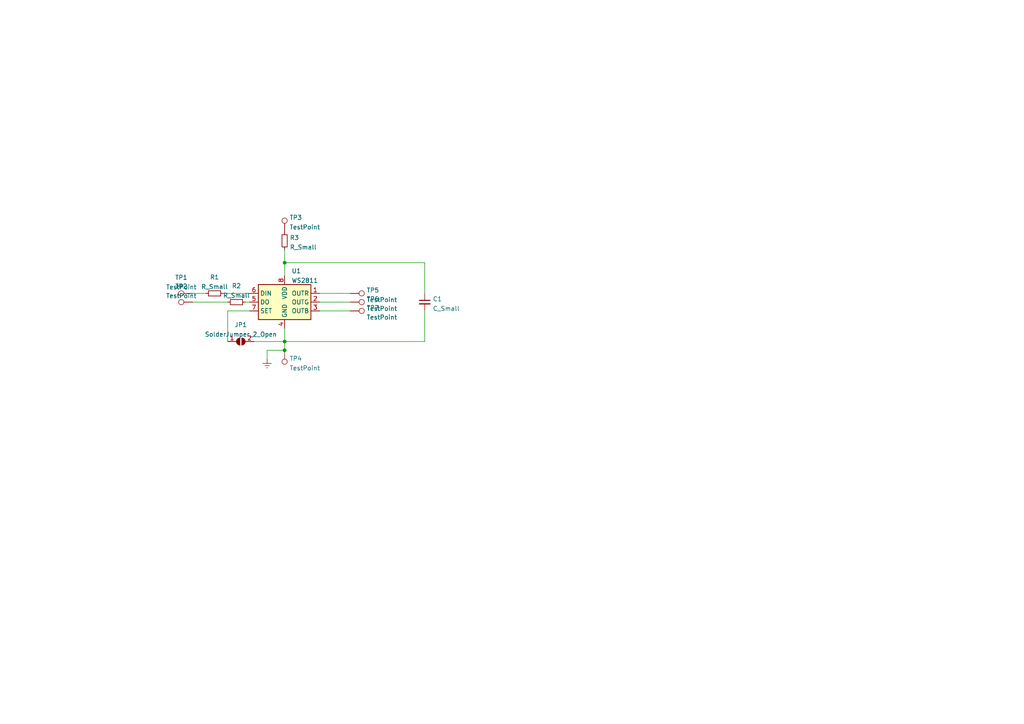
<source format=kicad_sch>
(kicad_sch (version 20211123) (generator eeschema)
  (paper "A4")
  (lib_symbols
    (symbol "Connector:TestPoint" (pin_numbers hide) (pin_names (offset 0.762) hide)
      (property "Reference" "TP" (at 0 6.858 0))
      (property "Value" "TestPoint" (at 0 5.08 0))
      (symbol "TestPoint_0_1"
        (circle (center 0 3.302) (radius 0.762))
      )
      (symbol "TestPoint_1_1"
        (pin passive line (at 0 0 90) (length 2.54) (name "1") (number "1"))
      )
    )
    (symbol "Device:C_Small" (pin_numbers hide) (pin_names (offset 0.254) hide)
      (property "Reference" "C" (at 0.254 1.778 0))
      (property "Value" "C_Small" (at 0.254 -2.032 0))
      (symbol "C_Small_0_1"
        (polyline (pts (xy -1.524 -0.508) (xy 1.524 -0.508)) (stroke (width 0.3302)))
        (polyline (pts (xy -1.524 0.508) (xy 1.524 0.508)) (stroke (width 0.3048)))
      )
      (symbol "C_Small_1_1"
        (pin passive line (at 0 2.54 270) (length 2.032) (name "~") (number "1"))
        (pin passive line (at 0 -2.54 90) (length 2.032) (name "~") (number "2"))
      )
    )
    (symbol "Device:R_Small" (pin_numbers hide) (pin_names (offset 0.254) hide)
      (property "Reference" "R" (at 0.762 0.508 0))
      (property "Value" "R_Small" (at 0.762 -1.016 0))
      (symbol "R_Small_0_1"
        (rectangle (start -0.762 1.778) (end 0.762 -1.778) (stroke (width 0.2032)))
      )
      (symbol "R_Small_1_1"
        (pin passive line (at 0 2.54 270) (length 0.762) (name "~") (number "1"))
        (pin passive line (at 0 -2.54 90) (length 0.762) (name "~") (number "2"))
      )
    )
    (symbol "Driver_LED:WS2811"
      (property "Reference" "U" (at -6.35 6.35 0))
      (property "Value" "WS2811" (at 5.08 6.35 0))
      (symbol "WS2811_0_1"
        (rectangle (start -7.62 5.08) (end 7.62 -5.08) (stroke (width 0.254)) (fill (type background)))
      )
      (symbol "WS2811_1_1"
        (pin output line (at 10.16 2.54 180) (length 2.54) (name "OUTR") (number "1"))
        (pin output line (at 10.16 0 180) (length 2.54) (name "OUTG") (number "2"))
        (pin output line (at 10.16 -2.54 180) (length 2.54) (name "OUTB") (number "3"))
        (pin power_in line (at 0 -7.62 90) (length 2.54) (name "GND") (number "4"))
        (pin output line (at -10.16 0 0) (length 2.54) (name "DO") (number "5"))
        (pin input line (at -10.16 2.54 0) (length 2.54) (name "DIN") (number "6"))
        (pin input line (at -10.16 -2.54 0) (length 2.54) (name "SET") (number "7"))
        (pin power_in line (at 0 7.62 270) (length 2.54) (name "VDD") (number "8"))
      )
    )
    (symbol "Jumper:SolderJumper_2_Open" (pin_names (offset 0) hide)
      (property "Reference" "JP" (at 0 2.032 0))
      (property "Value" "SolderJumper_2_Open" (at 0 -2.54 0))
      (symbol "SolderJumper_2_Open_0_1"
        (arc (start -0.254 1.016) (mid -1.27 0) (end -0.254 -1.016))
        (arc (start -0.254 1.016) (mid -1.27 0) (end -0.254 -1.016) (fill (type outline)))
        (polyline (pts (xy -0.254 1.016) (xy -0.254 -1.016)))
        (polyline (pts (xy 0.254 1.016) (xy 0.254 -1.016)))
        (arc (start 0.254 -1.016) (mid 1.27 0) (end 0.254 1.016))
        (arc (start 0.254 -1.016) (mid 1.27 0) (end 0.254 1.016) (fill (type outline)))
      )
      (symbol "SolderJumper_2_Open_1_1"
        (pin passive line (at -3.81 0 0) (length 2.54) (name "A") (number "1"))
        (pin passive line (at 3.81 0 180) (length 2.54) (name "B") (number "2"))
      )
    )
    (symbol "power:Earth" (power) (pin_names (offset 0))
      (symbol "Earth_0_1"
        (polyline (pts (xy -0.635 -1.905) (xy 0.635 -1.905)))
        (polyline (pts (xy -0.127 -2.54) (xy 0.127 -2.54)))
        (polyline (pts (xy 0 -1.27) (xy 0 0)))
        (polyline (pts (xy 1.27 -1.27) (xy -1.27 -1.27)))
      )
      (symbol "Earth_1_1"
        (pin power_in line (at 0 0 270) (length 0) hide (name "Earth") (number "1"))
      )
    )
  )
  (junction (at 82.55 99.06))
  (junction (at 82.55 76.2))
  (junction (at 82.55 101.6))
  (wire (pts (xy 66.04 90.17) (xy 72.39 90.17)))
  (wire (pts (xy 73.66 99.06) (xy 82.55 99.06)))
  (wire (pts (xy 55.88 87.63) (xy 66.04 87.63)))
  (wire (pts (xy 92.71 87.63) (xy 101.6 87.63)))
  (wire (pts (xy 92.71 85.09) (xy 101.6 85.09)))
  (wire (pts (xy 71.12 87.63) (xy 72.39 87.63)))
  (wire (pts (xy 123.19 76.2) (xy 82.55 76.2)))
  (wire (pts (xy 64.77 85.09) (xy 72.39 85.09)))
  (wire (pts (xy 82.55 95.25) (xy 82.55 99.06)))
  (wire (pts (xy 123.19 90.17) (xy 123.19 99.06)))
  (wire (pts (xy 123.19 85.09) (xy 123.19 76.2)))
  (wire (pts (xy 77.47 101.6) (xy 82.55 101.6)))
  (wire (pts (xy 92.71 90.17) (xy 101.6 90.17)))
  (wire (pts (xy 77.47 104.14) (xy 77.47 101.6)))
  (wire (pts (xy 82.55 76.2) (xy 82.55 80.01)))
  (wire (pts (xy 82.55 99.06) (xy 82.55 101.6)))
  (wire (pts (xy 55.88 85.09) (xy 59.69 85.09)))
  (wire (pts (xy 66.04 99.06) (xy 66.04 90.17)))
  (wire (pts (xy 82.55 72.39) (xy 82.55 76.2)))
  (wire (pts (xy 123.19 99.06) (xy 82.55 99.06)))
  (symbol (lib_id "power:Earth") (at 77.47 104.14 0) (unit 1)
    (property "Reference" "#PWR0101" (effects hide))
    (property "Value" "Earth" (effects hide))
  )
  (symbol (lib_id "Driver_LED:WS2811") (at 82.55 87.63 0) (unit 1)
    (property "Reference" "U1" (at 84.5694 78.5835 0) (effects (justify left)))
    (property "Value" "WS2811" (at 84.5694 81.3586 0) (effects (justify left)))
    (property "Footprint" "Package_SO:SOIC-8_3.9x4.9mm_P1.27mm" (effects hide))
    (property "Datasheet" "https://cdn-shop.adafruit.com/datasheets/WS2811.pdf" (effects hide))
  )
  (symbol (lib_id "Device:R_Small") (at 82.55 69.85 0) (unit 1)
    (property "Reference" "R3" (at 84.0486 68.9415 0) (effects (justify left)))
    (property "Value" "R_Small" (at 84.0486 71.7166 0) (effects (justify left)))
    (property "Footprint" "Resistor_SMD:R_0603_1608Metric_Pad0.98x0.95mm_HandSolder" (effects hide))
  )
  (symbol (lib_id "Connector:TestPoint") (at 101.6 90.17 270) (unit 1)
    (property "Reference" "TP7" (at 106.299 89.2615 90) (effects (justify left)))
    (property "Value" "TestPoint" (at 106.299 92.0366 90) (effects (justify left)))
    (property "Footprint" "prints:WirePad" (effects hide))
  )
  (symbol (lib_id "Device:R_Small") (at 68.58 87.63 90) (unit 1)
    (property "Reference" "R2" (at 68.58 82.9269 90))
    (property "Value" "R_Small" (at 68.58 85.702 90))
    (property "Footprint" "Resistor_SMD:R_0603_1608Metric_Pad0.98x0.95mm_HandSolder" (effects hide))
  )
  (symbol (lib_id "Device:R_Small") (at 62.23 85.09 90) (unit 1)
    (property "Reference" "R1" (at 62.23 80.3869 90))
    (property "Value" "R_Small" (at 62.23 83.162 90))
    (property "Footprint" "Resistor_SMD:R_0603_1608Metric_Pad0.98x0.95mm_HandSolder" (effects hide))
  )
  (symbol (lib_id "Connector:TestPoint") (at 82.55 101.6 180) (unit 1)
    (property "Reference" "TP4" (at 83.947 103.9935 0) (effects (justify right)))
    (property "Value" "TestPoint" (at 83.947 106.7686 0) (effects (justify right)))
    (property "Footprint" "prints:WirePad" (effects hide))
  )
  (symbol (lib_id "Connector:TestPoint") (at 55.88 87.63 90) (unit 1)
    (property "Reference" "TP2" (at 52.578 83.0285 90))
    (property "Value" "TestPoint" (at 52.578 85.8036 90))
    (property "Footprint" "prints:WirePad" (effects hide))
  )
  (symbol (lib_id "Jumper:SolderJumper_2_Open") (at 69.85 99.06 0) (unit 1)
    (property "Reference" "JP1" (at 69.85 94.2045 0))
    (property "Value" "SolderJumper_2_Open" (at 69.85 96.9796 0))
    (property "Footprint" "Jumper:SolderJumper-2_P1.3mm_Open_TrianglePad1.0x1.5mm" (effects hide))
  )
  (symbol (lib_id "Connector:TestPoint") (at 101.6 85.09 270) (unit 1)
    (property "Reference" "TP5" (at 106.299 84.1815 90) (effects (justify left)))
    (property "Value" "TestPoint" (at 106.299 86.9566 90) (effects (justify left)))
    (property "Footprint" "prints:WirePad" (effects hide))
  )
  (symbol (lib_id "Connector:TestPoint") (at 55.88 85.09 90) (unit 1)
    (property "Reference" "TP1" (at 52.578 80.4885 90))
    (property "Value" "TestPoint" (at 52.578 83.2636 90))
    (property "Footprint" "prints:WirePad" (effects hide))
  )
  (symbol (lib_id "Connector:TestPoint") (at 82.55 67.31 0) (unit 1)
    (property "Reference" "TP3" (at 83.947 63.0995 0) (effects (justify left)))
    (property "Value" "TestPoint" (at 83.947 65.8746 0) (effects (justify left)))
    (property "Footprint" "prints:WirePad" (effects hide))
  )
  (symbol (lib_id "Connector:TestPoint") (at 101.6 87.63 270) (unit 1)
    (property "Reference" "TP6" (at 106.299 86.7215 90) (effects (justify left)))
    (property "Value" "TestPoint" (at 106.299 89.4966 90) (effects (justify left)))
    (property "Footprint" "prints:WirePad" (effects hide))
  )
  (symbol (lib_id "Device:C_Small") (at 123.19 87.63 0) (unit 1)
    (property "Reference" "C1" (at 125.5141 86.7278 0) (effects (justify left)))
    (property "Value" "C_Small" (at 125.5141 89.5029 0) (effects (justify left)))
    (property "Footprint" "Capacitor_SMD:C_0603_1608Metric_Pad1.08x0.95mm_HandSolder" (effects hide))
  )
)
</source>
